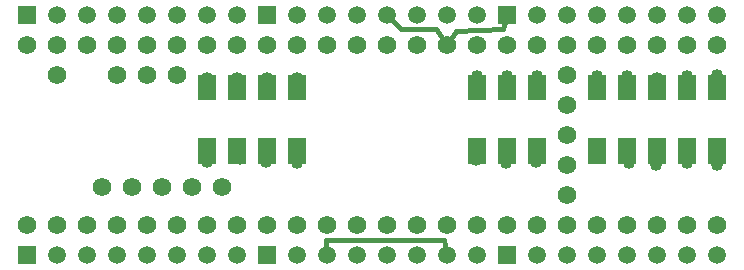
<source format=gtl>
G04 DipTrace 3.0.0.2*
G04 Teensy-TC36-Breakout-chip.gtl*
%MOIN*%
G04 #@! TF.FileFunction,Copper,L1,Top*
G04 #@! TF.Part,Single*
%AMOUTLINE0*
4,1,4,
0.03,0.025,
-0.03,0.025,
-0.03,-0.06,
0.03,-0.06,
0.03,0.025,
0*%
%AMOUTLINE1*
4,1,4,
0.03,-0.025,
-0.03,-0.025,
-0.03,0.06,
0.03,0.06,
0.03,-0.025,
0*%
G04 #@! TA.AperFunction,ViaPad*
%ADD13C,0.04*%
G04 #@! TA.AperFunction,Conductor*
%ADD14C,0.015*%
%ADD15C,0.008*%
G04 #@! TA.AperFunction,ComponentPad*
%ADD16R,0.059055X0.059055*%
%ADD17C,0.059055*%
%ADD19C,0.06194*%
%ADD34OUTLINE0*%
%ADD35OUTLINE1*%
%FSLAX26Y26*%
G04*
G70*
G90*
G75*
G01*
G04 Top*
%LPD*%
X2053701Y811201D2*
D15*
X2048701Y753701D1*
X2353701Y811201D2*
Y777941D1*
X1153701Y811201D2*
X1163701Y768701D1*
X1853701Y1148701D2*
D14*
X1883701Y1195788D1*
X2038701Y1200788D1*
X2053701Y1248701D1*
X1853701Y1148701D2*
X1816923Y1201242D1*
X1701160D1*
X1653701Y1248701D1*
X1453701Y448701D2*
X1448701Y498701D1*
X1843732D1*
X1853701Y448701D1*
D13*
X2353701Y777941D3*
X1053701Y1038701D3*
X1153701D3*
X1253701D3*
X1353701D3*
Y753701D3*
X1248701Y758701D3*
X1053701D3*
X2153701Y1043701D3*
X2353701D3*
X2453701D3*
X2653701D3*
X2753701Y1048701D3*
Y748701D3*
X2653701Y753701D3*
X2548701Y748701D3*
X2458701Y753701D3*
X2148701Y758701D3*
X1948701Y763701D3*
X2553701Y1038701D3*
X1163701Y768701D3*
X2053701Y1043701D3*
X1953701D3*
X2048701Y753701D3*
D16*
X453701Y448701D3*
D17*
X553701D3*
X653701D3*
X753701D3*
X853701D3*
X953701D3*
X1053701D3*
X1153701D3*
D16*
X1253701D3*
D17*
X1353701D3*
X1453701D3*
X1553701D3*
X1653701D3*
X1753701D3*
X1853701D3*
X1953701D3*
D16*
X2053701D3*
D17*
X2153701D3*
X2253701D3*
X2353701D3*
X2453701D3*
X2553701D3*
X2653701D3*
X2753701D3*
D16*
X453701Y1248701D3*
D17*
X553701D3*
X653701D3*
X753701D3*
X853701D3*
X953701D3*
X1053701D3*
X1153701D3*
D16*
X1253701D3*
D17*
X1353701D3*
X1453701D3*
X1553701D3*
X1653701D3*
X1753701D3*
X1853701D3*
X1953701D3*
D16*
X2053701D3*
D17*
X2153701D3*
X2253701D3*
X2353701D3*
X2453701D3*
X2553701D3*
X2653701D3*
X2753701D3*
D19*
X453701Y548701D3*
X553701D3*
X653701D3*
X753701D3*
X853701D3*
X953701D3*
X1053701D3*
X1153701D3*
X1253701D3*
X1353701D3*
X1453701D3*
X1553701D3*
X1653701D3*
X1753701D3*
X2253701Y648701D3*
Y748701D3*
Y848701D3*
Y948701D3*
X2053701Y1148701D3*
X1753701D3*
X1653701D3*
X1553701D3*
X1453701D3*
X1353701D3*
X1253701D3*
X1153701D3*
X1053701D3*
X953701D3*
X853701D3*
X753701D3*
X653701D3*
X553701D3*
X453701D3*
X553701Y1048701D3*
X753701D3*
X853701D3*
X953701D3*
X2353701Y548701D3*
X2453701D3*
X2253701D3*
X2153701D3*
X2053701D3*
X1953701D3*
X2553701D3*
X2653701D3*
X2753701D3*
Y1148701D3*
X1853701Y548701D3*
X2653701Y1148701D3*
X1853701D3*
X2553701D3*
X2353701D3*
X2253701D3*
X2153701D3*
X2453701D3*
X1953701D3*
X2253701Y1048701D3*
D34*
X2753701Y811201D3*
X2653701D3*
X2553701D3*
D35*
X2753701Y986201D3*
X2653701D3*
X2553701D3*
X2453701D3*
X2353701D3*
D34*
X2453701Y811201D3*
X2353701D3*
X2153701D3*
X2053701D3*
X1953701D3*
D35*
X2153701Y986201D3*
X2053701D3*
X1953701D3*
D34*
X1353701Y811201D3*
X1253701D3*
X1153701D3*
D35*
X1353701Y986201D3*
X1253701D3*
X1153701D3*
X1053701D3*
D34*
Y811201D3*
D19*
X703701Y673701D3*
X803701D3*
X903701D3*
X1003701D3*
X1103701D3*
M02*

</source>
